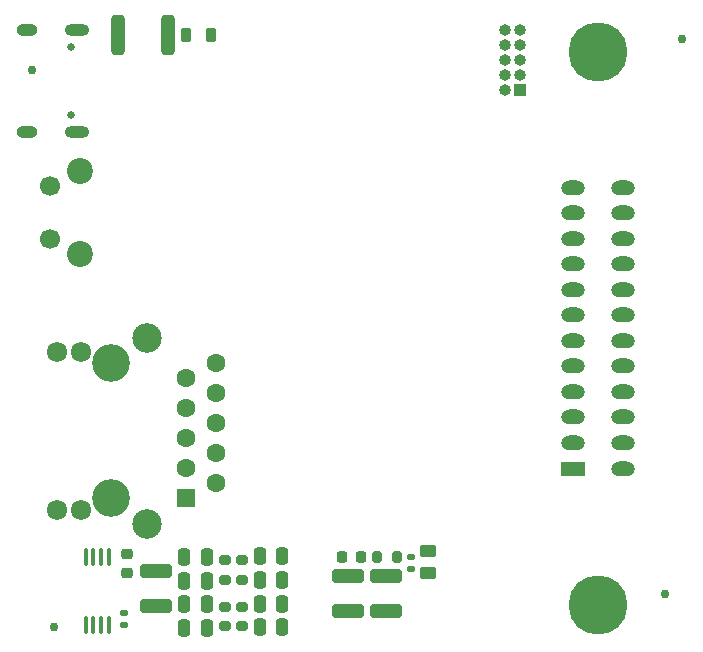
<source format=gbr>
%TF.GenerationSoftware,KiCad,Pcbnew,8.99.0-3376-g16cbb218c6*%
%TF.CreationDate,2024-12-27T08:14:29+01:00*%
%TF.ProjectId,PoE_Ethernet_GPIB_Adapter,506f455f-4574-4686-9572-6e65745f4750,rev?*%
%TF.SameCoordinates,Original*%
%TF.FileFunction,Soldermask,Bot*%
%TF.FilePolarity,Negative*%
%FSLAX46Y46*%
G04 Gerber Fmt 4.6, Leading zero omitted, Abs format (unit mm)*
G04 Created by KiCad (PCBNEW 8.99.0-3376-g16cbb218c6) date 2024-12-27 08:14:29*
%MOMM*%
%LPD*%
G01*
G04 APERTURE LIST*
G04 Aperture macros list*
%AMRoundRect*
0 Rectangle with rounded corners*
0 $1 Rounding radius*
0 $2 $3 $4 $5 $6 $7 $8 $9 X,Y pos of 4 corners*
0 Add a 4 corners polygon primitive as box body*
4,1,4,$2,$3,$4,$5,$6,$7,$8,$9,$2,$3,0*
0 Add four circle primitives for the rounded corners*
1,1,$1+$1,$2,$3*
1,1,$1+$1,$4,$5*
1,1,$1+$1,$6,$7*
1,1,$1+$1,$8,$9*
0 Add four rect primitives between the rounded corners*
20,1,$1+$1,$2,$3,$4,$5,0*
20,1,$1+$1,$4,$5,$6,$7,0*
20,1,$1+$1,$6,$7,$8,$9,0*
20,1,$1+$1,$8,$9,$2,$3,0*%
G04 Aperture macros list end*
%ADD10C,0.650000*%
%ADD11O,2.100000X1.000000*%
%ADD12O,1.800000X1.000000*%
%ADD13R,1.000000X1.000000*%
%ADD14O,1.000000X1.000000*%
%ADD15C,3.200000*%
%ADD16RoundRect,0.250000X-0.550000X0.550000X-0.550000X-0.550000X0.550000X-0.550000X0.550000X0.550000X0*%
%ADD17C,1.600000*%
%ADD18C,1.720000*%
%ADD19C,2.500000*%
%ADD20C,1.700000*%
%ADD21C,2.200000*%
%ADD22R,2.000000X1.270000*%
%ADD23O,2.000000X1.270000*%
%ADD24C,5.000000*%
%ADD25C,0.750000*%
%ADD26RoundRect,0.100000X0.100000X-0.637500X0.100000X0.637500X-0.100000X0.637500X-0.100000X-0.637500X0*%
%ADD27RoundRect,0.250000X-0.250000X-0.475000X0.250000X-0.475000X0.250000X0.475000X-0.250000X0.475000X0*%
%ADD28RoundRect,0.250000X-1.100000X0.325000X-1.100000X-0.325000X1.100000X-0.325000X1.100000X0.325000X0*%
%ADD29RoundRect,0.135000X-0.185000X0.135000X-0.185000X-0.135000X0.185000X-0.135000X0.185000X0.135000X0*%
%ADD30RoundRect,0.200000X-0.275000X0.200000X-0.275000X-0.200000X0.275000X-0.200000X0.275000X0.200000X0*%
%ADD31RoundRect,0.250000X0.250000X0.475000X-0.250000X0.475000X-0.250000X-0.475000X0.250000X-0.475000X0*%
%ADD32RoundRect,0.200000X0.275000X-0.200000X0.275000X0.200000X-0.275000X0.200000X-0.275000X-0.200000X0*%
%ADD33RoundRect,0.135000X0.185000X-0.135000X0.185000X0.135000X-0.185000X0.135000X-0.185000X-0.135000X0*%
%ADD34RoundRect,0.225000X-0.225000X-0.250000X0.225000X-0.250000X0.225000X0.250000X-0.225000X0.250000X0*%
%ADD35RoundRect,0.225000X-0.250000X0.225000X-0.250000X-0.225000X0.250000X-0.225000X0.250000X0.225000X0*%
%ADD36RoundRect,0.250000X0.312500X1.450000X-0.312500X1.450000X-0.312500X-1.450000X0.312500X-1.450000X0*%
%ADD37RoundRect,0.250000X-0.450000X0.262500X-0.450000X-0.262500X0.450000X-0.262500X0.450000X0.262500X0*%
%ADD38RoundRect,0.218750X-0.218750X-0.381250X0.218750X-0.381250X0.218750X0.381250X-0.218750X0.381250X0*%
%ADD39RoundRect,0.200000X-0.200000X-0.275000X0.200000X-0.275000X0.200000X0.275000X-0.200000X0.275000X0*%
G04 APERTURE END LIST*
D10*
%TO.C,J3*%
X-25420000Y23815000D03*
X-25420000Y18035000D03*
D11*
X-24920000Y25245000D03*
D12*
X-29100000Y25245000D03*
D11*
X-24920000Y16605000D03*
D12*
X-29100000Y16605000D03*
%TD*%
D13*
%TO.C,J4*%
X12575000Y20150000D03*
D14*
X11305000Y20150000D03*
X12575000Y21420000D03*
X11305000Y21420000D03*
X12575000Y22690000D03*
X11305000Y22690000D03*
X12575000Y23960000D03*
X11305000Y23960000D03*
X12575000Y25230000D03*
X11305000Y25230000D03*
%TD*%
D15*
%TO.C,J1*%
X-21985000Y-14415000D03*
X-21985000Y-2985000D03*
D16*
X-15635000Y-14415000D03*
D17*
X-13095000Y-13145000D03*
X-15635000Y-11875000D03*
X-13095000Y-10605000D03*
X-15635000Y-9335000D03*
X-13095000Y-8065000D03*
X-15635000Y-6795000D03*
X-13095000Y-5525000D03*
X-15635000Y-4255000D03*
X-13095000Y-2985000D03*
D18*
X-24525000Y-15425000D03*
X-26555000Y-15425000D03*
X-24525000Y-1975000D03*
X-26555000Y-1975000D03*
D19*
X-18935000Y-16575000D03*
X-18935000Y-825000D03*
%TD*%
D20*
%TO.C,SW1*%
X-27175000Y7550000D03*
X-27175000Y12050000D03*
D21*
X-24675000Y6300000D03*
X-24675000Y13300000D03*
%TD*%
D22*
%TO.C,J2*%
X17055000Y-11880000D03*
D23*
X17055000Y-9720000D03*
X17055000Y-7560000D03*
X17055000Y-5400000D03*
X17055000Y-3240000D03*
X17055000Y-1080000D03*
X17055000Y1080000D03*
X17055000Y3240000D03*
X17055000Y5400000D03*
X17055000Y7560000D03*
X17055000Y9720000D03*
X17055000Y11880000D03*
X21345000Y-11880000D03*
X21345000Y-9720000D03*
X21345000Y-7560000D03*
X21345000Y-5400000D03*
X21345000Y-3240000D03*
X21345000Y-1080000D03*
X21345000Y1080000D03*
X21345000Y3240000D03*
X21345000Y5400000D03*
X21345000Y7560000D03*
X21345000Y9720000D03*
X21345000Y11880000D03*
D24*
X19200000Y-23400000D03*
X19200000Y23400000D03*
%TD*%
D25*
%TO.C,FID1*%
X-28675000Y21850000D03*
%TD*%
D26*
%TO.C,U11*%
X-22225000Y-25087500D03*
X-22875000Y-25087500D03*
X-23525000Y-25087500D03*
X-24175000Y-25087500D03*
X-24175000Y-19362500D03*
X-23525000Y-19362500D03*
X-22875000Y-19362500D03*
X-22225000Y-19362500D03*
%TD*%
D25*
%TO.C,FID3*%
X-26825000Y-25300000D03*
%TD*%
D27*
%TO.C,C47*%
X-15800000Y-25375000D03*
X-13900000Y-25375000D03*
%TD*%
D28*
%TO.C,C46*%
X1250000Y-20975000D03*
X1250000Y-23925000D03*
%TD*%
D29*
%TO.C,R9*%
X3344856Y-19390000D03*
X3344856Y-20410000D03*
%TD*%
D30*
%TO.C,R47*%
X-12400000Y-19650000D03*
X-12400000Y-21300000D03*
%TD*%
D25*
%TO.C,FID7*%
X26300000Y24475000D03*
%TD*%
D31*
%TO.C,C51*%
X-7500000Y-21325000D03*
X-9400000Y-21325000D03*
%TD*%
D32*
%TO.C,R48*%
X-10900000Y-25250000D03*
X-10900000Y-23600000D03*
%TD*%
D25*
%TO.C,FID5*%
X24875000Y-22475000D03*
%TD*%
D33*
%TO.C,R44*%
X-20950000Y-25110000D03*
X-20950000Y-24090000D03*
%TD*%
D27*
%TO.C,C48*%
X-15800000Y-19375000D03*
X-13900000Y-19375000D03*
%TD*%
D31*
%TO.C,C50*%
X-7500000Y-19325000D03*
X-9400000Y-19325000D03*
%TD*%
D34*
%TO.C,C55*%
X-2425000Y-19400000D03*
X-875000Y-19400000D03*
%TD*%
D28*
%TO.C,C43*%
X-18200000Y-20550000D03*
X-18200000Y-23500000D03*
%TD*%
D35*
%TO.C,C42*%
X-20700000Y-19150000D03*
X-20700000Y-20700000D03*
%TD*%
D36*
%TO.C,F1*%
X-17187500Y24800000D03*
X-21462500Y24800000D03*
%TD*%
D37*
%TO.C,R8*%
X4800000Y-18887500D03*
X4800000Y-20712500D03*
%TD*%
D31*
%TO.C,C49*%
X-7500000Y-25325000D03*
X-9400000Y-25325000D03*
%TD*%
D38*
%TO.C,FB2*%
X-15662500Y24800000D03*
X-13537500Y24800000D03*
%TD*%
D39*
%TO.C,R50*%
X525000Y-19400000D03*
X2175000Y-19400000D03*
%TD*%
D27*
%TO.C,C54*%
X-15800000Y-21375000D03*
X-13900000Y-21375000D03*
%TD*%
D31*
%TO.C,C52*%
X-7500000Y-23325000D03*
X-9400000Y-23325000D03*
%TD*%
D28*
%TO.C,C45*%
X-1950000Y-20975000D03*
X-1950000Y-23925000D03*
%TD*%
D30*
%TO.C,R49*%
X-10900000Y-19650000D03*
X-10900000Y-21300000D03*
%TD*%
D32*
%TO.C,R46*%
X-12400000Y-25250000D03*
X-12400000Y-23600000D03*
%TD*%
D27*
%TO.C,C53*%
X-15800000Y-23375000D03*
X-13900000Y-23375000D03*
%TD*%
M02*

</source>
